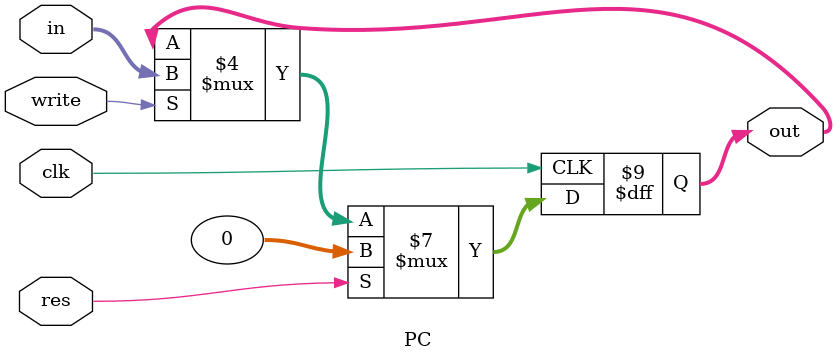
<source format=v>
module PC(input clk, res, write, input [31:0] in, output reg [31:0] out);

always @(posedge clk)
begin
	if (res == 1'b1)
		out <= 32'b0;
	else if (write == 1'b1)
		out <= in;
end
endmodule

</source>
